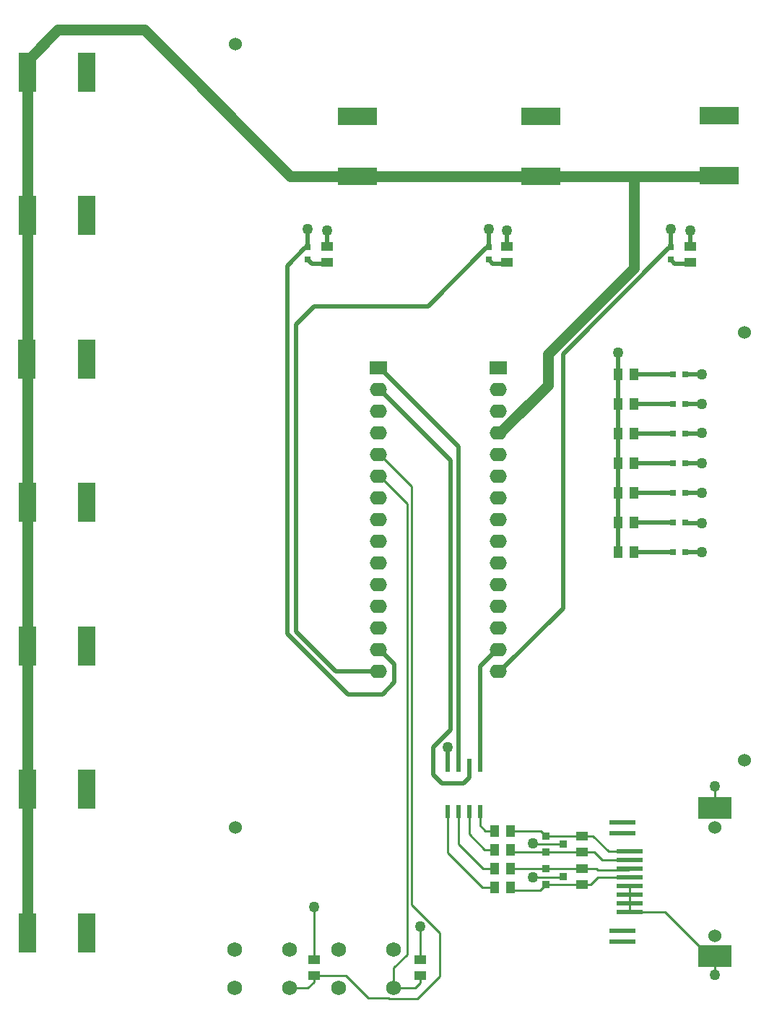
<source format=gtl>
G04*
G04 #@! TF.GenerationSoftware,Altium Limited,Altium Designer,21.7.2 (23)*
G04*
G04 Layer_Physical_Order=1*
G04 Layer_Color=255*
%FSLAX25Y25*%
%MOIN*%
G70*
G04*
G04 #@! TF.SameCoordinates,2167A7DA-B4CF-4ED0-A09D-CB439950EC41*
G04*
G04*
G04 #@! TF.FilePolarity,Positive*
G04*
G01*
G75*
%ADD10C,0.01000*%
%ADD15R,0.03150X0.03150*%
%ADD16R,0.05709X0.03937*%
%ADD17R,0.02362X0.06102*%
%ADD18R,0.03937X0.05709*%
%ADD19R,0.03150X0.03150*%
%ADD20R,0.15354X0.09843*%
%ADD21R,0.03347X0.03347*%
%ADD22R,0.12008X0.02402*%
%ADD37C,0.02000*%
%ADD38C,0.05000*%
%ADD39R,0.08000X0.18000*%
%ADD40R,0.18000X0.08000*%
%ADD41C,0.06000*%
%ADD42O,0.07874X0.06299*%
%ADD43R,0.07874X0.06299*%
%ADD44C,0.06890*%
%ADD45C,0.05000*%
D10*
X333744Y25866D02*
X336500D01*
X297130Y45984D02*
X313626D01*
X333744Y25866D01*
X297130Y53984D02*
Y57984D01*
Y49984D02*
Y53984D01*
Y45984D02*
Y49984D01*
X336500Y17000D02*
Y25866D01*
Y94134D02*
Y104000D01*
X151500Y24240D02*
Y47000D01*
X200500Y24240D02*
Y39500D01*
X181787Y257000D02*
X196500Y242287D01*
Y49500D02*
X209500Y36500D01*
X196500Y49500D02*
Y242287D01*
X194500Y26500D02*
Y234287D01*
X181787Y247000D02*
X194500Y234287D01*
X188295Y20295D02*
X194500Y26500D01*
X209500Y16500D02*
Y36500D01*
X199197Y6197D02*
X209500Y16500D01*
X188295Y11142D02*
Y20295D01*
X181000Y257000D02*
X181787D01*
X185944Y6500D02*
X186247Y6197D01*
X199197D01*
X176500Y6500D02*
X185944D01*
X198142Y11142D02*
X200500Y13500D01*
X188295Y11142D02*
X198142D01*
X166240Y16760D02*
X176500Y6500D01*
X151500Y16760D02*
X166240D01*
X181000Y247000D02*
X181787D01*
X200500Y13500D02*
Y16260D01*
X151377Y16637D02*
X151500Y16760D01*
X140295Y11142D02*
X148642D01*
X151377Y13877D02*
Y16637D01*
X148642Y11142D02*
X151377Y13877D01*
X242240Y83500D02*
X256303D01*
X242240Y83500D02*
X242240Y83500D01*
X256303D02*
X258563Y81240D01*
X242240Y74833D02*
X243314Y73760D01*
X258563D01*
X242314Y66240D02*
X258563D01*
X242240Y66167D02*
X242314Y66240D01*
X242240Y57468D02*
Y57500D01*
Y57468D02*
X243709Y56000D01*
X255803D01*
X258563Y58760D01*
X280260Y81240D02*
X287516Y73984D01*
X297130D01*
X275000Y81240D02*
X280260D01*
X284535Y69984D02*
X297130D01*
X280760Y73760D02*
X284535Y69984D01*
X275000Y73760D02*
X280760D01*
X282500Y65500D02*
X296646D01*
X297130Y65984D01*
X275000Y66240D02*
X281760D01*
X282500Y65500D01*
X282484Y61984D02*
X297130D01*
X279260Y58760D02*
X282484Y61984D01*
X275000Y58760D02*
X279260D01*
X258563D02*
X275000D01*
X258563Y66240D02*
X275000D01*
X258563Y73760D02*
X275000D01*
X258563Y81240D02*
X275000D01*
X213000Y73500D02*
Y92500D01*
Y73500D02*
X229000Y57500D01*
X234760D01*
X218000Y77500D02*
Y92500D01*
X229333Y66167D02*
X234760D01*
X218000Y77500D02*
X229333Y66167D01*
X223000Y82000D02*
Y92500D01*
X230167Y74833D02*
X234760D01*
X223000Y82000D02*
X230167Y74833D01*
X228000Y86000D02*
Y92500D01*
Y86000D02*
X230500Y83500D01*
X234760D01*
X266177Y62240D02*
X266437Y62500D01*
X252500Y62240D02*
X266177D01*
X252760Y77500D02*
X266437D01*
X252500Y77760D02*
X252760Y77500D01*
D15*
X148500Y352892D02*
D03*
Y346987D02*
D03*
X232000Y352892D02*
D03*
Y346987D02*
D03*
X316000Y352892D02*
D03*
Y346987D02*
D03*
D16*
X157500Y345760D02*
D03*
Y353240D02*
D03*
X200500Y16760D02*
D03*
Y24240D02*
D03*
X151500Y16760D02*
D03*
Y24240D02*
D03*
X275000Y66240D02*
D03*
Y58760D02*
D03*
X240500Y345760D02*
D03*
Y353240D02*
D03*
X325000Y345760D02*
D03*
Y353240D02*
D03*
X275000Y81240D02*
D03*
Y73760D02*
D03*
D17*
X228000Y113760D02*
D03*
X223000D02*
D03*
X218000D02*
D03*
X213000D02*
D03*
X228000Y92500D02*
D03*
X223000D02*
D03*
X218000D02*
D03*
X213000D02*
D03*
D18*
X299240Y225667D02*
D03*
X291760D02*
D03*
X299240Y239333D02*
D03*
X291760D02*
D03*
X299240Y266667D02*
D03*
X291760D02*
D03*
X299240Y253000D02*
D03*
X291760D02*
D03*
X299240Y212000D02*
D03*
X291760D02*
D03*
X299240Y294000D02*
D03*
X291760D02*
D03*
X299240Y280333D02*
D03*
X291760D02*
D03*
X242240Y57500D02*
D03*
X234760D02*
D03*
X242240Y66167D02*
D03*
X234760D02*
D03*
X242240Y83500D02*
D03*
X234760D02*
D03*
X242240Y74833D02*
D03*
X234760D02*
D03*
D19*
X322953Y280333D02*
D03*
X317047D02*
D03*
X322953Y294000D02*
D03*
X317047D02*
D03*
X322953Y266667D02*
D03*
X317047D02*
D03*
X322953Y239333D02*
D03*
X317047D02*
D03*
X322953Y212000D02*
D03*
X317047D02*
D03*
X322953Y253000D02*
D03*
X317047D02*
D03*
X322953Y225667D02*
D03*
X317047D02*
D03*
D20*
X336500Y25866D02*
D03*
Y94134D02*
D03*
D21*
X266437Y62500D02*
D03*
X258563Y58760D02*
D03*
Y66240D02*
D03*
X266437Y77500D02*
D03*
X258563Y73760D02*
D03*
Y81240D02*
D03*
D22*
X293980Y87500D02*
D03*
Y82500D02*
D03*
Y32500D02*
D03*
Y37500D02*
D03*
X297130Y45984D02*
D03*
Y65984D02*
D03*
Y49984D02*
D03*
Y57984D02*
D03*
Y61984D02*
D03*
Y53984D02*
D03*
Y69984D02*
D03*
Y73984D02*
D03*
D37*
X291760Y294000D02*
Y304260D01*
X292000Y304500D01*
X235713Y167000D02*
X236500D01*
X228000Y113760D02*
Y159287D01*
X235713Y167000D01*
X148500Y352892D02*
Y353467D01*
X147318Y352318D02*
X147925D01*
X139000Y174500D02*
Y344000D01*
X148500Y353500D02*
Y361000D01*
X147925Y352318D02*
X148500Y352892D01*
X139000Y344000D02*
X147318Y352318D01*
X148500Y352892D02*
Y360500D01*
X232000Y352892D02*
Y353467D01*
X230818Y352318D02*
X231425D01*
X151500Y325500D02*
X204000D01*
X231425Y352318D02*
X232000Y352892D01*
X204000Y325500D02*
X230818Y352318D01*
X232000Y352892D02*
Y361000D01*
X266500Y186213D02*
Y303500D01*
X315425Y352318D02*
X316000Y352892D01*
X315318Y352318D02*
X315425D01*
X266500Y303500D02*
X315318Y352318D01*
X316000Y352892D02*
Y361000D01*
X143000Y317000D02*
X151500Y325500D01*
X143000Y175500D02*
Y317000D01*
Y175500D02*
X161500Y157000D01*
X181000D01*
X139000Y174500D02*
X167000Y146500D01*
X150487Y345000D02*
X156740D01*
X148500Y346987D02*
X150487Y345000D01*
X156740D02*
X157500Y345760D01*
X183000Y146500D02*
X188500Y152000D01*
X167000Y146500D02*
X183000D01*
X181787Y167000D02*
X188500Y160287D01*
X181000Y167000D02*
X181787D01*
X188500Y152000D02*
Y160287D01*
X236500Y157000D02*
X237287D01*
X266500Y186213D01*
X157500Y353240D02*
Y360500D01*
X325000Y353240D02*
Y360500D01*
X240500Y353240D02*
Y360500D01*
X317987Y345000D02*
X324240D01*
X325000Y345760D01*
X316000Y346987D02*
X317987Y345000D01*
X233987D02*
X239740D01*
X240500Y345760D01*
X232000Y346987D02*
X233987Y345000D01*
X213000Y113760D02*
Y122000D01*
X181787Y287000D02*
X214500Y254287D01*
Y130000D02*
Y254287D01*
X181000Y287000D02*
X181787D01*
X206500Y122000D02*
X214500Y130000D01*
X206500Y109500D02*
Y122000D01*
X210500Y105500D02*
X220500D01*
X206500Y109500D02*
X210500Y105500D01*
X223000Y108000D02*
Y113760D01*
X220500Y105500D02*
X223000Y108000D01*
X181787Y297000D02*
X218000Y260787D01*
X181000Y297000D02*
X181787D01*
X218000Y113760D02*
Y260787D01*
X291760Y212000D02*
Y225667D01*
Y239333D01*
Y253000D01*
Y266667D01*
X317047Y212000D02*
X317047Y212000D01*
X299240Y212000D02*
X317047D01*
X322953Y212000D02*
X322953Y212000D01*
X299240Y266667D02*
X317047D01*
X317047Y266667D01*
X299240Y253000D02*
X317047D01*
X299240Y239333D02*
X317047D01*
X299240Y225667D02*
X317047D01*
X322953Y266667D02*
X323119Y266833D01*
X317047Y253000D02*
X317047Y253000D01*
X317047Y239333D02*
X317047Y239333D01*
X317047Y225667D02*
X317047Y225667D01*
X322953Y253000D02*
X322953Y253000D01*
X322953Y239333D02*
X323036Y239417D01*
X322953Y225667D02*
X323036Y225583D01*
X291760Y266667D02*
Y280333D01*
X330500Y294000D02*
X330500Y294000D01*
X299240Y294000D02*
X317047D01*
X322953D02*
X322953Y294000D01*
X330500D01*
X291760Y280333D02*
Y294000D01*
X299240D02*
X299240Y294000D01*
X323119Y266833D02*
X330333D01*
X330500Y267000D01*
X330500Y253000D02*
X330500Y253000D01*
X322953Y253000D02*
X330500D01*
X330417Y239417D02*
X330500Y239500D01*
X323036Y239417D02*
X330417D01*
X323036Y225583D02*
X330417D01*
X330500Y225500D01*
X322953Y212000D02*
X330500D01*
X317047Y280333D02*
X317047Y280333D01*
X299240Y280333D02*
X317047D01*
X323036Y280417D02*
X330417D01*
X322953Y280333D02*
X323036Y280417D01*
X330417D02*
X330500Y280500D01*
D38*
X259500Y303500D02*
X299000Y343000D01*
X259500Y289213D02*
Y303500D01*
X299000Y343000D02*
Y385441D01*
X339500D01*
X255250D02*
X299000D01*
X237287Y267000D02*
X259500Y289213D01*
X236500Y267000D02*
X237287D01*
X140559Y385441D02*
X171000D01*
X33069Y453000D02*
X73000D01*
X140559Y385441D01*
X18998Y434500D02*
Y438929D01*
X33069Y453000D01*
X171000Y385441D02*
X255250D01*
X18998Y368083D02*
Y434500D01*
Y301667D02*
Y368083D01*
Y235250D02*
Y301667D01*
Y168833D02*
Y235250D01*
Y102417D02*
Y168833D01*
Y36000D02*
Y102417D01*
D39*
X19000Y433500D02*
D03*
X46559D02*
D03*
X19000Y367333D02*
D03*
X46559D02*
D03*
X18941Y301167D02*
D03*
X46500D02*
D03*
X19000Y235000D02*
D03*
X46559D02*
D03*
X19000Y168833D02*
D03*
X46559D02*
D03*
X19000Y102667D02*
D03*
X46559D02*
D03*
X19000Y36500D02*
D03*
X46559D02*
D03*
D40*
X171500Y385441D02*
D03*
Y413000D02*
D03*
X256000Y385441D02*
D03*
Y413000D02*
D03*
X338500Y385941D02*
D03*
Y413500D02*
D03*
D41*
X350000Y116000D02*
D03*
Y313500D02*
D03*
X115000Y85000D02*
D03*
Y446500D02*
D03*
X336500Y85000D02*
D03*
Y35000D02*
D03*
D42*
X236500Y157000D02*
D03*
Y167000D02*
D03*
Y177000D02*
D03*
Y187000D02*
D03*
Y197000D02*
D03*
Y207000D02*
D03*
Y217000D02*
D03*
Y227000D02*
D03*
Y237000D02*
D03*
Y247000D02*
D03*
Y257000D02*
D03*
Y267000D02*
D03*
Y277000D02*
D03*
Y287000D02*
D03*
X181000Y157000D02*
D03*
Y167000D02*
D03*
Y177000D02*
D03*
Y187000D02*
D03*
Y197000D02*
D03*
Y207000D02*
D03*
Y217000D02*
D03*
Y227000D02*
D03*
Y237000D02*
D03*
Y247000D02*
D03*
Y257000D02*
D03*
Y267000D02*
D03*
Y277000D02*
D03*
Y287000D02*
D03*
D43*
X236500Y297000D02*
D03*
X181000D02*
D03*
D44*
X114705Y28858D02*
D03*
X140295D02*
D03*
X114705Y11142D02*
D03*
X140295D02*
D03*
X162705Y28858D02*
D03*
X188295D02*
D03*
X162705Y11142D02*
D03*
X188295D02*
D03*
D45*
X291760Y304260D02*
D03*
X336500Y17000D02*
D03*
Y104000D02*
D03*
X151500Y48500D02*
D03*
X200500Y39500D02*
D03*
X157500Y360500D02*
D03*
X325000D02*
D03*
X240500D02*
D03*
X148500Y361000D02*
D03*
X232000D02*
D03*
X316000D02*
D03*
X213000Y122000D02*
D03*
X330500Y212000D02*
D03*
Y225500D02*
D03*
Y239500D02*
D03*
Y253000D02*
D03*
Y267000D02*
D03*
Y280500D02*
D03*
Y294000D02*
D03*
X252500Y62240D02*
D03*
Y77760D02*
D03*
M02*

</source>
